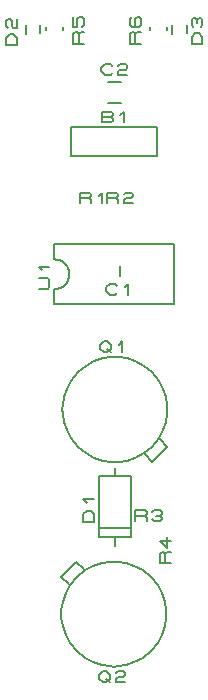
<source format=gbr>
G04 PROTEUS RS274X GERBER FILE*
%FSLAX45Y45*%
%MOMM*%
G01*
%ADD24C,0.203200*%
%ADD25C,0.200000*%
%TD.AperFunction*%
D24*
X+444500Y-64000D02*
X+443120Y-29001D01*
X+431921Y+40999D01*
X+408602Y+110999D01*
X+370885Y+180999D01*
X+313619Y+250997D01*
X+243619Y+307793D01*
X+173619Y+345190D01*
X+103619Y+368254D01*
X+33619Y+379227D01*
X+0Y+380500D01*
X-444500Y-64000D02*
X-443120Y-29001D01*
X-431921Y+40999D01*
X-408602Y+110999D01*
X-370885Y+180999D01*
X-313619Y+250997D01*
X-243619Y+307793D01*
X-173619Y+345190D01*
X-103619Y+368254D01*
X-33619Y+379227D01*
X+0Y+380500D01*
X-444500Y-64000D02*
X-443120Y-98999D01*
X-431921Y-168999D01*
X-408602Y-238999D01*
X-370885Y-308999D01*
X-313619Y-378997D01*
X-243619Y-435793D01*
X-173619Y-473190D01*
X-103619Y-496254D01*
X-33619Y-507227D01*
X+0Y-508500D01*
X+444500Y-64000D02*
X+443120Y-98999D01*
X+431921Y-168999D01*
X+408602Y-238999D01*
X+370885Y-308999D01*
X+313619Y-378997D01*
X+243619Y-435793D01*
X+173619Y-473190D01*
X+103619Y-496254D01*
X+33619Y-507227D01*
X+0Y-508500D01*
X+254000Y-445000D02*
X+317500Y-508500D01*
X+444500Y-381500D01*
X+381000Y-318000D01*
X-127000Y+482100D02*
X-95250Y+512580D01*
X-63500Y+512580D01*
X-31750Y+482100D01*
X-31750Y+451620D01*
X-63500Y+421140D01*
X-95250Y+421140D01*
X-127000Y+451620D01*
X-127000Y+482100D01*
X-63500Y+451620D02*
X-31750Y+421140D01*
X+31750Y+482100D02*
X+63500Y+512580D01*
X+63500Y+421140D01*
X+434500Y-1796000D02*
X+433120Y-1761001D01*
X+421921Y-1691001D01*
X+398602Y-1621001D01*
X+360885Y-1551001D01*
X+303619Y-1481003D01*
X+233619Y-1424207D01*
X+163619Y-1386810D01*
X+93619Y-1363746D01*
X+23619Y-1352773D01*
X-10000Y-1351500D01*
X-454500Y-1796000D02*
X-453120Y-1761001D01*
X-441921Y-1691001D01*
X-418602Y-1621001D01*
X-380885Y-1551001D01*
X-323619Y-1481003D01*
X-253619Y-1424207D01*
X-183619Y-1386810D01*
X-113619Y-1363746D01*
X-43619Y-1352773D01*
X-10000Y-1351500D01*
X-454500Y-1796000D02*
X-453120Y-1830999D01*
X-441921Y-1900999D01*
X-418602Y-1970999D01*
X-380885Y-2040999D01*
X-323619Y-2110997D01*
X-253619Y-2167793D01*
X-183619Y-2205190D01*
X-113619Y-2228254D01*
X-43619Y-2239227D01*
X-10000Y-2240500D01*
X+434500Y-1796000D02*
X+433120Y-1830999D01*
X+421921Y-1900999D01*
X+398602Y-1970999D01*
X+360885Y-2040999D01*
X+303619Y-2110997D01*
X+233619Y-2167793D01*
X+163619Y-2205190D01*
X+93619Y-2228254D01*
X+23619Y-2239227D01*
X-10000Y-2240500D01*
X-264000Y-1415000D02*
X-327500Y-1351500D01*
X-454500Y-1478500D01*
X-391000Y-1542000D01*
X-137000Y-2311620D02*
X-105250Y-2281140D01*
X-73500Y-2281140D01*
X-41750Y-2311620D01*
X-41750Y-2342100D01*
X-73500Y-2372580D01*
X-105250Y-2372580D01*
X-137000Y-2342100D01*
X-137000Y-2311620D01*
X-73500Y-2342100D02*
X-41750Y-2372580D01*
X+5875Y-2296380D02*
X+21750Y-2281140D01*
X+69375Y-2281140D01*
X+85250Y-2296380D01*
X+85250Y-2311620D01*
X+69375Y-2326860D01*
X+21750Y-2326860D01*
X+5875Y-2342100D01*
X+5875Y-2372580D01*
X+85250Y-2372580D01*
X-515000Y+1208000D02*
X-515000Y+1335000D01*
X+501000Y+1335000D01*
X+501000Y+827000D01*
X-515000Y+827000D01*
X-515000Y+954000D01*
X-388000Y+1081000D02*
X-390436Y+1106876D01*
X-397485Y+1130848D01*
X-408762Y+1152438D01*
X-423878Y+1171170D01*
X-442446Y+1186569D01*
X-464081Y+1198158D01*
X-488394Y+1205460D01*
X-515000Y+1208000D01*
X-388000Y+1081000D02*
X-390436Y+1054394D01*
X-397485Y+1030081D01*
X-408762Y+1008446D01*
X-423878Y+989878D01*
X-442446Y+974762D01*
X-464081Y+963485D01*
X-488394Y+956436D01*
X-515000Y+954000D01*
X-647080Y+954000D02*
X-570880Y+954000D01*
X-555640Y+969875D01*
X-555640Y+1033375D01*
X-570880Y+1049250D01*
X-647080Y+1049250D01*
X-616600Y+1112750D02*
X-647080Y+1144500D01*
X-555640Y+1144500D01*
D25*
X-440000Y+3145000D02*
X-440000Y+3175000D01*
X-580000Y+3145000D02*
X-580000Y+3175000D01*
D24*
X-260480Y+3033000D02*
X-351920Y+3033000D01*
X-351920Y+3112375D01*
X-336680Y+3128250D01*
X-321440Y+3128250D01*
X-306200Y+3112375D01*
X-306200Y+3033000D01*
X-306200Y+3112375D02*
X-290960Y+3128250D01*
X-260480Y+3128250D01*
X-351920Y+3255250D02*
X-351920Y+3175875D01*
X-321440Y+3175875D01*
X-321440Y+3239375D01*
X-306200Y+3255250D01*
X-275720Y+3255250D01*
X-260480Y+3239375D01*
X-260480Y+3191750D01*
X-275720Y+3175875D01*
D25*
X+440000Y+3145000D02*
X+440000Y+3175000D01*
X+300000Y+3145000D02*
X+300000Y+3175000D01*
D24*
X+219520Y+3033000D02*
X+128080Y+3033000D01*
X+128080Y+3112375D01*
X+143320Y+3128250D01*
X+158560Y+3128250D01*
X+173800Y+3112375D01*
X+173800Y+3033000D01*
X+173800Y+3112375D02*
X+189040Y+3128250D01*
X+219520Y+3128250D01*
X+143320Y+3255250D02*
X+128080Y+3239375D01*
X+128080Y+3191750D01*
X+143320Y+3175875D01*
X+204280Y+3175875D01*
X+219520Y+3191750D01*
X+219520Y+3239375D01*
X+204280Y+3255250D01*
X+189040Y+3255250D01*
X+173800Y+3239375D01*
X+173800Y+3175875D01*
X-631580Y+3189700D02*
X-631580Y+3121120D01*
X-753500Y+3189700D02*
X-753500Y+3118580D01*
X-829500Y+3019680D02*
X-920940Y+3019680D01*
X-920940Y+3083180D01*
X-890460Y+3114930D01*
X-859980Y+3114930D01*
X-829500Y+3083180D01*
X-829500Y+3019680D01*
X-905700Y+3162555D02*
X-920940Y+3178430D01*
X-920940Y+3226055D01*
X-905700Y+3241930D01*
X-890460Y+3241930D01*
X-875220Y+3226055D01*
X-875220Y+3178430D01*
X-859980Y+3162555D01*
X-829500Y+3162555D01*
X-829500Y+3241930D01*
X+608420Y+3189700D02*
X+608420Y+3121120D01*
X+486500Y+3189700D02*
X+486500Y+3118580D01*
X+740500Y+3029680D02*
X+649060Y+3029680D01*
X+649060Y+3093180D01*
X+679540Y+3124930D01*
X+710020Y+3124930D01*
X+740500Y+3093180D01*
X+740500Y+3029680D01*
X+664300Y+3172555D02*
X+649060Y+3188430D01*
X+649060Y+3236055D01*
X+664300Y+3251930D01*
X+679540Y+3251930D01*
X+694780Y+3236055D01*
X+710020Y+3251930D01*
X+725260Y+3251930D01*
X+740500Y+3236055D01*
X+740500Y+3188430D01*
X+725260Y+3172555D01*
X+694780Y+3204305D02*
X+694780Y+3236055D01*
X-134620Y-1147080D02*
X+132080Y-1147080D01*
X+132080Y-628920D01*
X-134620Y-628920D01*
X-134620Y-1147080D01*
X-132080Y-1065800D02*
X+129540Y-1065800D01*
X+0Y-1218200D02*
X+0Y-1147080D01*
X+0Y-628920D02*
X+0Y-557800D01*
X-175260Y-1015000D02*
X-266700Y-1015000D01*
X-266700Y-951500D01*
X-236220Y-919750D01*
X-205740Y-919750D01*
X-175260Y-951500D01*
X-175260Y-1015000D01*
X-236220Y-856250D02*
X-266700Y-824500D01*
X-175260Y-824500D01*
X+173000Y-1009520D02*
X+173000Y-918080D01*
X+252375Y-918080D01*
X+268250Y-933320D01*
X+268250Y-948560D01*
X+252375Y-963800D01*
X+173000Y-963800D01*
X+252375Y-963800D02*
X+268250Y-979040D01*
X+268250Y-1009520D01*
X+315875Y-933320D02*
X+331750Y-918080D01*
X+379375Y-918080D01*
X+395250Y-933320D01*
X+395250Y-948560D01*
X+379375Y-963800D01*
X+395250Y-979040D01*
X+395250Y-994280D01*
X+379375Y-1009520D01*
X+331750Y-1009520D01*
X+315875Y-994280D01*
X+347625Y-963800D02*
X+379375Y-963800D01*
X+471920Y-1367000D02*
X+380480Y-1367000D01*
X+380480Y-1287625D01*
X+395720Y-1271750D01*
X+410960Y-1271750D01*
X+426200Y-1287625D01*
X+426200Y-1367000D01*
X+426200Y-1287625D02*
X+441440Y-1271750D01*
X+471920Y-1271750D01*
X+441440Y-1144750D02*
X+441440Y-1240000D01*
X+380480Y-1176500D01*
X+471920Y-1176500D01*
X-297000Y+1680480D02*
X-297000Y+1771920D01*
X-217625Y+1771920D01*
X-201750Y+1756680D01*
X-201750Y+1741440D01*
X-217625Y+1726200D01*
X-297000Y+1726200D01*
X-217625Y+1726200D02*
X-201750Y+1710960D01*
X-201750Y+1680480D01*
X-138250Y+1741440D02*
X-106500Y+1771920D01*
X-106500Y+1680480D01*
X-67000Y+1680480D02*
X-67000Y+1771920D01*
X+12375Y+1771920D01*
X+28250Y+1756680D01*
X+28250Y+1741440D01*
X+12375Y+1726200D01*
X-67000Y+1726200D01*
X+12375Y+1726200D02*
X+28250Y+1710960D01*
X+28250Y+1680480D01*
X+75875Y+1756680D02*
X+91750Y+1771920D01*
X+139375Y+1771920D01*
X+155250Y+1756680D01*
X+155250Y+1741440D01*
X+139375Y+1726200D01*
X+91750Y+1726200D01*
X+75875Y+1710960D01*
X+75875Y+1680480D01*
X+155250Y+1680480D01*
D25*
X+55000Y+2710000D02*
X-55000Y+2710000D01*
X+55000Y+2530000D02*
X-55000Y+2530000D01*
D24*
X-21750Y+2783320D02*
X-37625Y+2768080D01*
X-85250Y+2768080D01*
X-117000Y+2798560D01*
X-117000Y+2829040D01*
X-85250Y+2859520D01*
X-37625Y+2859520D01*
X-21750Y+2844280D01*
X+25875Y+2844280D02*
X+41750Y+2859520D01*
X+89375Y+2859520D01*
X+105250Y+2844280D01*
X+105250Y+2829040D01*
X+89375Y+2813800D01*
X+41750Y+2813800D01*
X+25875Y+2798560D01*
X+25875Y+2768080D01*
X+105250Y+2768080D01*
X-370000Y+2080000D02*
X+360000Y+2080000D01*
X+360000Y+2330000D01*
X-370000Y+2330000D01*
X-370000Y+2080000D01*
X-112000Y+2366311D02*
X-112000Y+2457751D01*
X-32625Y+2457751D01*
X-16750Y+2442511D01*
X-16750Y+2427271D01*
X-32625Y+2412031D01*
X-16750Y+2396791D01*
X-16750Y+2381551D01*
X-32625Y+2366311D01*
X-112000Y+2366311D01*
X-112000Y+2412031D02*
X-32625Y+2412031D01*
X+46750Y+2427271D02*
X+78500Y+2457751D01*
X+78500Y+2366311D01*
D25*
X+40000Y+1070000D02*
X+40000Y+1150000D01*
D24*
X+18250Y+923320D02*
X+2375Y+908080D01*
X-45250Y+908080D01*
X-77000Y+938560D01*
X-77000Y+969040D01*
X-45250Y+999520D01*
X+2375Y+999520D01*
X+18250Y+984280D01*
X+81750Y+969040D02*
X+113500Y+999520D01*
X+113500Y+908080D01*
M02*

</source>
